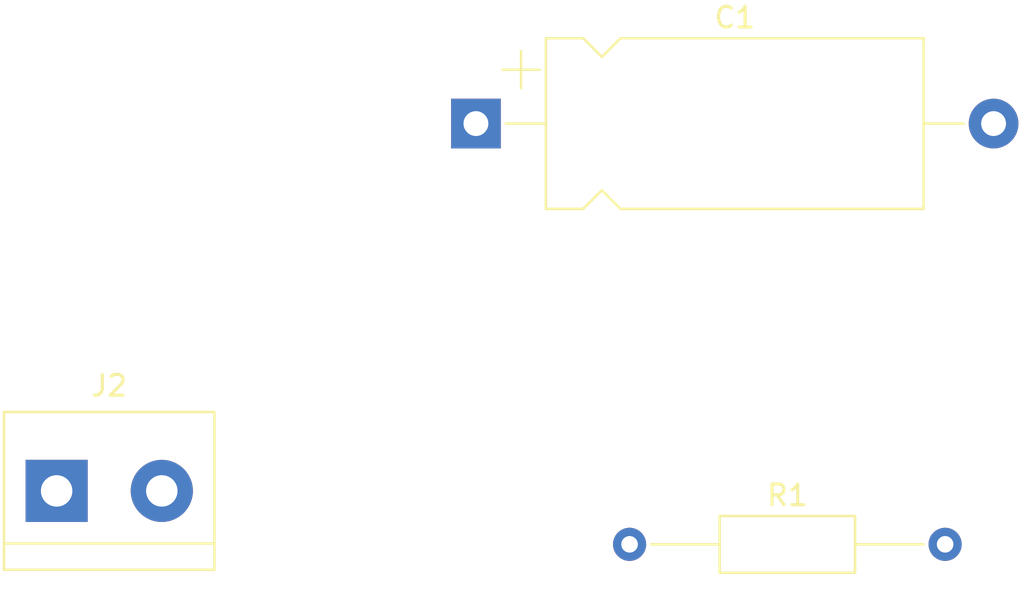
<source format=kicad_pcb>
(kicad_pcb (version 20240108) (generator "pcbnew") (generator_version "8.0")
  (layers (0 "F.Cu" signal) (31 "B.Cu" signal) (34 "B.Paste" user) (35 "F.Paste" user) (36 "B.SilkS" user "B.Silkscreen") (37 "F.SilkS" user "F.Silkscreen") (38 "B.Mask" user) (39 "F.Mask" user) (44 "Edge.Cuts" user))
  (net 0 "")
  (net 1 "Net-(C1-Pad1)")
  (net 2 "0")
  (net 3 "Net-(J2-Pin_1)")
  (footprint "Resistor_THT:R_Axial_DIN0207_L6.3mm_D2.5mm_P15.24mm_Horizontal" (layer "F.Cu") (at 106.68 45.72)
    (property "Reference" "R1" (at 7.62 -2.37 0) (layer "F.SilkS"))
    (property "Value" "100k")
    (fp_line (start 1.04 0) (end 4.35 0) (stroke (width 0.12)) (layer "F.SilkS"))
    (fp_line (start 4.35 -1.37) (end 4.35 1.37) (stroke (width 0.12)) (layer "F.SilkS"))
    (fp_line (start 4.35 1.37) (end 10.89 1.37) (stroke (width 0.12)) (layer "F.SilkS"))
    (fp_line (start 10.89 -1.37) (end 4.35 -1.37) (stroke (width 0.12)) (layer "F.SilkS"))
    (fp_line (start 10.89 1.37) (end 10.89 -1.37) (stroke (width 0.12)) (layer "F.SilkS"))
    (fp_line (start 14.2 0) (end 10.89 0) (stroke (width 0.12)) (layer "F.SilkS"))
    (pad "1" thru_hole circle (at 0 0) (size 1.6 1.6) (drill 0.8) (layers "*.Cu" "*.Mask") (net 1 "Net-(C1-Pad1)"))
    (pad "2" thru_hole oval (at 15.24 0) (size 1.6 1.6) (drill 0.8) (layers "*.Cu" "*.Mask") (net 3 "Net-(J2-Pin_1)"))
  )
  (footprint "TerminalBlock:TerminalBlock_bornier-2_P5.08mm" (layer "F.Cu") (at 79.01 43.14)
    (property "Reference" "J2" (at 2.54 -5.08 0) (layer "F.SilkS"))
    (property "Value" "Conn_01x02")
    (fp_line (start -2.54 -3.81) (end -2.54 3.81) (stroke (width 0.12)) (layer "F.SilkS"))
    (fp_line (start -2.54 3.81) (end 7.62 3.81) (stroke (width 0.12)) (layer "F.SilkS"))
    (fp_line (start 7.62 -3.81) (end -2.54 -3.81) (stroke (width 0.12)) (layer "F.SilkS"))
    (fp_line (start 7.62 2.54) (end -2.54 2.54) (stroke (width 0.12)) (layer "F.SilkS"))
    (fp_line (start 7.62 3.81) (end 7.62 -3.81) (stroke (width 0.12)) (layer "F.SilkS"))
    (pad "1" thru_hole rect (at 0 0) (size 3 3) (drill 1.52) (layers "*.Cu" "*.Mask") (net 3 "Net-(J2-Pin_1)"))
    (pad "2" thru_hole circle (at 5.08 0) (size 3 3) (drill 1.52) (layers "*.Cu" "*.Mask") (net 2 "0"))
  )
  (footprint "Capacitor_THT:CP_Axial_L18.0mm_D8.0mm_P25.00mm_Horizontal" (layer "F.Cu") (at 99.26 25.4)
    (property "Reference" "C1" (at 12.5 -5.12 0) (layer "F.SilkS"))
    (property "Value" "1000n")
    (fp_line (start 1.28 -2.6) (end 3.08 -2.6) (stroke (width 0.12)) (layer "F.SilkS"))
    (fp_line (start 1.44 0) (end 3.38 0) (stroke (width 0.12)) (layer "F.SilkS"))
    (fp_line (start 2.18 -3.5) (end 2.18 -1.7) (stroke (width 0.12)) (layer "F.SilkS"))
    (fp_line (start 3.38 -4.12) (end 3.38 4.12) (stroke (width 0.12)) (layer "F.SilkS"))
    (fp_line (start 3.38 -4.12) (end 5.18 -4.12) (stroke (width 0.12)) (layer "F.SilkS"))
    (fp_line (start 3.38 4.12) (end 5.18 4.12) (stroke (width 0.12)) (layer "F.SilkS"))
    (fp_line (start 5.18 -4.12) (end 6.08 -3.22) (stroke (width 0.12)) (layer "F.SilkS"))
    (fp_line (start 5.18 4.12) (end 6.08 3.22) (stroke (width 0.12)) (layer "F.SilkS"))
    (fp_line (start 6.08 -3.22) (end 6.98 -4.12) (stroke (width 0.12)) (layer "F.SilkS"))
    (fp_line (start 6.08 3.22) (end 6.98 4.12) (stroke (width 0.12)) (layer "F.SilkS"))
    (fp_line (start 6.98 -4.12) (end 21.62 -4.12) (stroke (width 0.12)) (layer "F.SilkS"))
    (fp_line (start 6.98 4.12) (end 21.62 4.12) (stroke (width 0.12)) (layer "F.SilkS"))
    (fp_line (start 21.62 -4.12) (end 21.62 4.12) (stroke (width 0.12)) (layer "F.SilkS"))
    (fp_line (start 23.56 0) (end 21.62 0) (stroke (width 0.12)) (layer "F.SilkS"))
    (pad "1" thru_hole rect (at 0 0) (size 2.4 2.4) (drill 1.2) (layers "*.Cu" "*.Mask") (net 1 "Net-(C1-Pad1)"))
    (pad "2" thru_hole oval (at 25 0) (size 2.4 2.4) (drill 1.2) (layers "*.Cu" "*.Mask") (net 2 "0"))
  )
)
</source>
